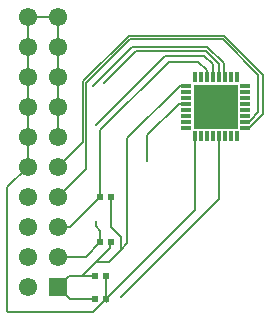
<source format=gbr>
G04*
G04 #@! TF.GenerationSoftware,Altium Limited,Altium Designer,24.10.1 (45)*
G04*
G04 Layer_Physical_Order=1*
G04 Layer_Color=255*
%FSLAX44Y44*%
%MOMM*%
G71*
G04*
G04 #@! TF.SameCoordinates,6C15008D-1AD3-4549-9602-DC6CD9F93784*
G04*
G04*
G04 #@! TF.FilePolarity,Positive*
G04*
G01*
G75*
%ADD14C,0.2540*%
%ADD22R,0.8500X0.3000*%
%ADD23R,0.3000X0.8500*%
%ADD24R,3.7000X3.7000*%
G04:AMPARAMS|DCode=25|XSize=0.55mm|YSize=0.5mm|CornerRadius=0.0625mm|HoleSize=0mm|Usage=FLASHONLY|Rotation=90.000|XOffset=0mm|YOffset=0mm|HoleType=Round|Shape=RoundedRectangle|*
%AMROUNDEDRECTD25*
21,1,0.5500,0.3750,0,0,90.0*
21,1,0.4250,0.5000,0,0,90.0*
1,1,0.1250,0.1875,0.2125*
1,1,0.1250,0.1875,-0.2125*
1,1,0.1250,-0.1875,-0.2125*
1,1,0.1250,-0.1875,0.2125*
%
%ADD25ROUNDEDRECTD25*%
%ADD26C,0.1600*%
%ADD27C,1.5500*%
%ADD28R,1.5500X1.5500*%
%ADD29C,0.2500*%
D14*
X89154Y369321D02*
Y369571D01*
D22*
X157372Y551408D02*
D03*
Y546408D02*
D03*
Y541408D02*
D03*
Y536408D02*
D03*
Y531408D02*
D03*
Y526408D02*
D03*
Y521408D02*
D03*
Y516408D02*
D03*
X207372D02*
D03*
Y521408D02*
D03*
Y526408D02*
D03*
Y531408D02*
D03*
Y536408D02*
D03*
Y541408D02*
D03*
Y546408D02*
D03*
Y551408D02*
D03*
D23*
X164872Y508908D02*
D03*
X169872D02*
D03*
X174872D02*
D03*
X179872D02*
D03*
X184872D02*
D03*
X189872D02*
D03*
X194872D02*
D03*
X199872D02*
D03*
Y558908D02*
D03*
X194872D02*
D03*
X189872D02*
D03*
X184872D02*
D03*
X179872D02*
D03*
X174872D02*
D03*
X169872D02*
D03*
X164872D02*
D03*
D24*
X182372Y533908D02*
D03*
D25*
X84654Y419607D02*
D03*
X93654D02*
D03*
X84654Y457962D02*
D03*
X93654D02*
D03*
X80153Y390659D02*
D03*
X89154D02*
D03*
X80154Y371322D02*
D03*
X89154D02*
D03*
D26*
X78000Y359918D02*
X164872Y446790D01*
X84654Y457962D02*
Y514172D01*
Y457712D02*
Y457962D01*
X23368Y508762D02*
Y534162D01*
X48768Y508762D02*
Y534162D01*
X108513Y594106D02*
X188976D01*
X69859Y555451D02*
X108513Y594106D01*
X69859Y504453D02*
Y555451D01*
X188976Y594106D02*
X222250Y560832D01*
X72459Y553908D02*
X109863Y591312D01*
X188093D02*
X218440Y560965D01*
X109863Y591312D02*
X188093D01*
X48768Y483362D02*
X69859Y504453D01*
X72459Y481653D02*
Y553908D01*
X218440Y529180D02*
Y560965D01*
X212368Y523108D02*
X218440Y529180D01*
X212368Y518108D02*
X222250Y527990D01*
Y560832D01*
X211822Y518108D02*
X212368D01*
X210122Y516408D02*
X211822Y518108D01*
X207372Y516408D02*
X210122D01*
X211822Y523108D02*
X212368D01*
X210122Y521408D02*
X211822Y523108D01*
X207372Y521408D02*
X210122D01*
X48768Y457962D02*
X72459Y481653D01*
X80654Y518668D02*
X139328Y577342D01*
X84654Y514172D02*
X142744Y572262D01*
X167612D01*
X139328Y577342D02*
X172532D01*
X87404Y553908D02*
X114648Y581152D01*
X111554Y584962D02*
X174872D01*
X78000Y551408D02*
X111554Y584962D01*
X114648Y581152D02*
X174244D01*
X101854Y372592D02*
X184872Y455610D01*
Y508908D01*
X150872Y536408D02*
X157372D01*
X124456Y509993D02*
X150872Y536408D01*
X124456Y488188D02*
Y509993D01*
X89154Y371322D02*
Y390659D01*
X164872Y446790D02*
Y508908D01*
X174244Y581152D02*
X184872Y570524D01*
Y558908D02*
Y570524D01*
X174872Y584962D02*
X189172Y570662D01*
Y559608D02*
Y570662D01*
X167612Y572262D02*
X174872Y565002D01*
X172532Y577342D02*
X179872Y570001D01*
X174872Y558908D02*
Y565002D01*
X179872Y558908D02*
Y570001D01*
X189172Y559608D02*
X189872Y558908D01*
X80518Y433114D02*
Y436118D01*
X84654Y419607D02*
Y428978D01*
X80518Y433114D02*
X84654Y428978D01*
X82954Y456012D02*
X84654Y457712D01*
X82704Y456012D02*
X82954D01*
X59254Y432562D02*
X82704Y456012D01*
X48768Y432562D02*
X59254D01*
X93654Y457962D02*
X93654Y457962D01*
Y432307D02*
Y457962D01*
X107442Y507238D02*
X151612Y551408D01*
X107442Y418338D02*
Y507238D01*
X101854Y412750D02*
X107442Y418338D01*
X151612Y551408D02*
X157372D01*
X80808Y402558D02*
X92708Y414457D01*
X68909Y390659D02*
X80808Y402558D01*
X91662D01*
X101854Y412750D01*
Y424108D01*
X93654Y432307D02*
X101854Y424108D01*
X68909Y390659D02*
X80153D01*
X57665D02*
X68909D01*
X92708Y418661D02*
X93654Y419607D01*
X92708Y414457D02*
Y418661D01*
X48768Y381762D02*
X57665Y390659D01*
X48768Y381762D02*
X59208Y371322D01*
X80154D01*
X6779Y359918D02*
X78000D01*
X72459Y407162D02*
X84654Y419357D01*
Y419607D01*
X48768Y407162D02*
X72459D01*
X89154Y390659D02*
X89154Y390659D01*
X5842Y360855D02*
X6779Y359918D01*
X5842Y360855D02*
Y465836D01*
X23368Y483362D01*
Y610362D02*
X48768D01*
Y559562D02*
Y584962D01*
Y534162D02*
Y559562D01*
X23368D02*
Y584962D01*
X48768D02*
Y610362D01*
X23368Y584962D02*
Y610362D01*
Y534162D02*
Y559562D01*
Y483362D02*
Y508762D01*
X80153Y390405D02*
Y390655D01*
X80123Y371353D02*
X80154Y371322D01*
D27*
X48768Y534162D02*
D03*
X23368D02*
D03*
Y559562D02*
D03*
X48768D02*
D03*
X23368Y584962D02*
D03*
X48768D02*
D03*
X23368Y610362D02*
D03*
X48768D02*
D03*
X23368Y381762D02*
D03*
Y407162D02*
D03*
X48768D02*
D03*
X23368Y432562D02*
D03*
X48768D02*
D03*
X23368Y457962D02*
D03*
X48768D02*
D03*
Y508762D02*
D03*
Y483362D02*
D03*
X23368D02*
D03*
Y508762D02*
D03*
D28*
X48768Y381762D02*
D03*
D29*
X80654Y518668D02*
D03*
X87404Y553908D02*
D03*
X101854Y372592D02*
D03*
X124456Y488188D02*
D03*
X78000Y551408D02*
D03*
X80518Y436118D02*
D03*
M02*

</source>
